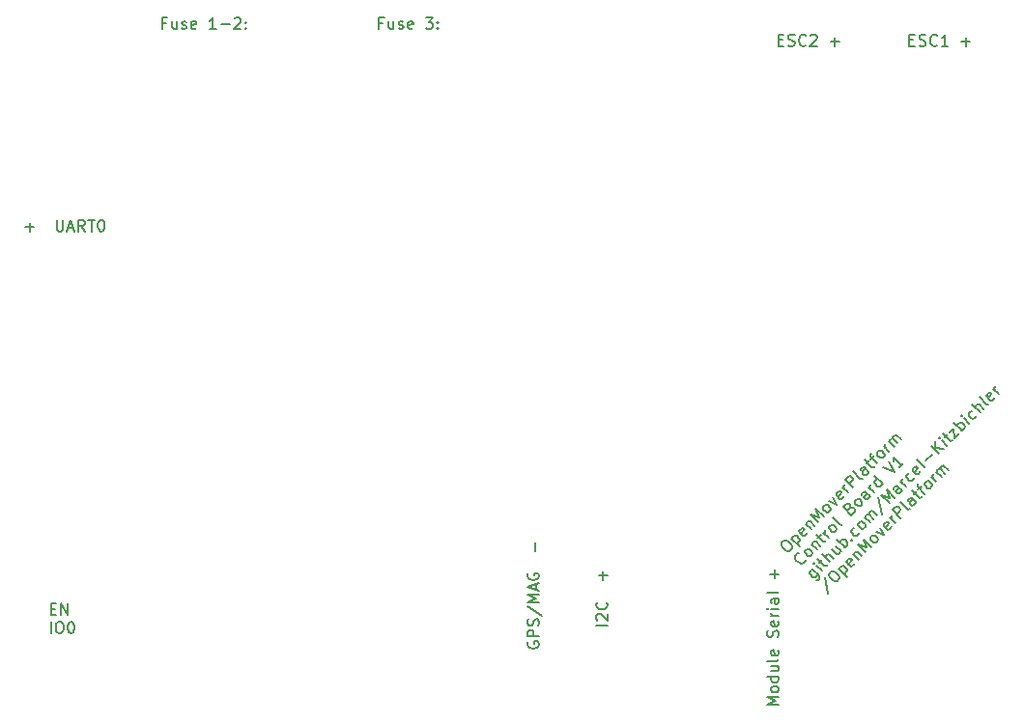
<source format=gbr>
%TF.GenerationSoftware,KiCad,Pcbnew,9.0.2*%
%TF.CreationDate,2025-05-21T10:53:00+02:00*%
%TF.ProjectId,OpenMoverPlatform,4f70656e-4d6f-4766-9572-506c6174666f,rev?*%
%TF.SameCoordinates,Original*%
%TF.FileFunction,Other,User*%
%FSLAX46Y46*%
G04 Gerber Fmt 4.6, Leading zero omitted, Abs format (unit mm)*
G04 Created by KiCad (PCBNEW 9.0.2) date 2025-05-21 10:53:00*
%MOMM*%
%LPD*%
G01*
G04 APERTURE LIST*
%ADD10C,0.150000*%
G04 APERTURE END LIST*
D10*
X136586779Y-87736065D02*
X136920112Y-87736065D01*
X137062969Y-88259875D02*
X136586779Y-88259875D01*
X136586779Y-88259875D02*
X136586779Y-87259875D01*
X136586779Y-87259875D02*
X137062969Y-87259875D01*
X137491541Y-88259875D02*
X137491541Y-87259875D01*
X137491541Y-87259875D02*
X138062969Y-88259875D01*
X138062969Y-88259875D02*
X138062969Y-87259875D01*
X136586779Y-89869819D02*
X136586779Y-88869819D01*
X137253445Y-88869819D02*
X137443921Y-88869819D01*
X137443921Y-88869819D02*
X137539159Y-88917438D01*
X137539159Y-88917438D02*
X137634397Y-89012676D01*
X137634397Y-89012676D02*
X137682016Y-89203152D01*
X137682016Y-89203152D02*
X137682016Y-89536485D01*
X137682016Y-89536485D02*
X137634397Y-89726961D01*
X137634397Y-89726961D02*
X137539159Y-89822200D01*
X137539159Y-89822200D02*
X137443921Y-89869819D01*
X137443921Y-89869819D02*
X137253445Y-89869819D01*
X137253445Y-89869819D02*
X137158207Y-89822200D01*
X137158207Y-89822200D02*
X137062969Y-89726961D01*
X137062969Y-89726961D02*
X137015350Y-89536485D01*
X137015350Y-89536485D02*
X137015350Y-89203152D01*
X137015350Y-89203152D02*
X137062969Y-89012676D01*
X137062969Y-89012676D02*
X137158207Y-88917438D01*
X137158207Y-88917438D02*
X137253445Y-88869819D01*
X138301064Y-88869819D02*
X138396302Y-88869819D01*
X138396302Y-88869819D02*
X138491540Y-88917438D01*
X138491540Y-88917438D02*
X138539159Y-88965057D01*
X138539159Y-88965057D02*
X138586778Y-89060295D01*
X138586778Y-89060295D02*
X138634397Y-89250771D01*
X138634397Y-89250771D02*
X138634397Y-89488866D01*
X138634397Y-89488866D02*
X138586778Y-89679342D01*
X138586778Y-89679342D02*
X138539159Y-89774580D01*
X138539159Y-89774580D02*
X138491540Y-89822200D01*
X138491540Y-89822200D02*
X138396302Y-89869819D01*
X138396302Y-89869819D02*
X138301064Y-89869819D01*
X138301064Y-89869819D02*
X138205826Y-89822200D01*
X138205826Y-89822200D02*
X138158207Y-89774580D01*
X138158207Y-89774580D02*
X138110588Y-89679342D01*
X138110588Y-89679342D02*
X138062969Y-89488866D01*
X138062969Y-89488866D02*
X138062969Y-89250771D01*
X138062969Y-89250771D02*
X138110588Y-89060295D01*
X138110588Y-89060295D02*
X138158207Y-88965057D01*
X138158207Y-88965057D02*
X138205826Y-88917438D01*
X138205826Y-88917438D02*
X138301064Y-88869819D01*
X200658460Y-81912808D02*
X200793147Y-81778121D01*
X200793147Y-81778121D02*
X200894162Y-81744449D01*
X200894162Y-81744449D02*
X201028849Y-81744449D01*
X201028849Y-81744449D02*
X201197208Y-81845464D01*
X201197208Y-81845464D02*
X201432910Y-82081167D01*
X201432910Y-82081167D02*
X201533925Y-82249526D01*
X201533925Y-82249526D02*
X201533925Y-82384213D01*
X201533925Y-82384213D02*
X201500254Y-82485228D01*
X201500254Y-82485228D02*
X201365567Y-82619915D01*
X201365567Y-82619915D02*
X201264551Y-82653587D01*
X201264551Y-82653587D02*
X201129864Y-82653587D01*
X201129864Y-82653587D02*
X200961506Y-82552571D01*
X200961506Y-82552571D02*
X200725803Y-82316869D01*
X200725803Y-82316869D02*
X200624788Y-82148510D01*
X200624788Y-82148510D02*
X200624788Y-82013823D01*
X200624788Y-82013823D02*
X200658460Y-81912808D01*
X201500254Y-81542419D02*
X202207360Y-82249526D01*
X201533925Y-81576091D02*
X201567597Y-81475075D01*
X201567597Y-81475075D02*
X201702284Y-81340388D01*
X201702284Y-81340388D02*
X201803299Y-81306717D01*
X201803299Y-81306717D02*
X201870643Y-81306717D01*
X201870643Y-81306717D02*
X201971658Y-81340388D01*
X201971658Y-81340388D02*
X202173689Y-81542419D01*
X202173689Y-81542419D02*
X202207360Y-81643434D01*
X202207360Y-81643434D02*
X202207360Y-81710778D01*
X202207360Y-81710778D02*
X202173689Y-81811793D01*
X202173689Y-81811793D02*
X202039002Y-81946480D01*
X202039002Y-81946480D02*
X201937986Y-81980152D01*
X202847124Y-81071014D02*
X202813452Y-81172029D01*
X202813452Y-81172029D02*
X202678765Y-81306716D01*
X202678765Y-81306716D02*
X202577750Y-81340388D01*
X202577750Y-81340388D02*
X202476734Y-81306716D01*
X202476734Y-81306716D02*
X202207360Y-81037342D01*
X202207360Y-81037342D02*
X202173689Y-80936327D01*
X202173689Y-80936327D02*
X202207360Y-80835312D01*
X202207360Y-80835312D02*
X202342047Y-80700625D01*
X202342047Y-80700625D02*
X202443063Y-80666953D01*
X202443063Y-80666953D02*
X202544078Y-80700625D01*
X202544078Y-80700625D02*
X202611421Y-80767968D01*
X202611421Y-80767968D02*
X202342047Y-81172029D01*
X202746109Y-80296564D02*
X203217513Y-80767968D01*
X202813452Y-80363907D02*
X202813452Y-80296564D01*
X202813452Y-80296564D02*
X202847124Y-80195549D01*
X202847124Y-80195549D02*
X202948139Y-80094533D01*
X202948139Y-80094533D02*
X203049154Y-80060862D01*
X203049154Y-80060862D02*
X203150170Y-80094533D01*
X203150170Y-80094533D02*
X203520559Y-80464923D01*
X203857276Y-80128205D02*
X203150170Y-79421098D01*
X203150170Y-79421098D02*
X203890948Y-79690472D01*
X203890948Y-79690472D02*
X203621574Y-78949694D01*
X203621574Y-78949694D02*
X204328681Y-79656800D01*
X204766414Y-79219068D02*
X204665398Y-79252740D01*
X204665398Y-79252740D02*
X204598055Y-79252740D01*
X204598055Y-79252740D02*
X204497040Y-79219068D01*
X204497040Y-79219068D02*
X204295009Y-79017037D01*
X204295009Y-79017037D02*
X204261337Y-78916022D01*
X204261337Y-78916022D02*
X204261337Y-78848679D01*
X204261337Y-78848679D02*
X204295009Y-78747663D01*
X204295009Y-78747663D02*
X204396024Y-78646648D01*
X204396024Y-78646648D02*
X204497040Y-78612976D01*
X204497040Y-78612976D02*
X204564383Y-78612976D01*
X204564383Y-78612976D02*
X204665398Y-78646648D01*
X204665398Y-78646648D02*
X204867429Y-78848679D01*
X204867429Y-78848679D02*
X204901101Y-78949694D01*
X204901101Y-78949694D02*
X204901101Y-79017037D01*
X204901101Y-79017037D02*
X204867429Y-79118053D01*
X204867429Y-79118053D02*
X204766414Y-79219068D01*
X204766414Y-78276259D02*
X205406177Y-78579304D01*
X205406177Y-78579304D02*
X205103131Y-77939541D01*
X206079612Y-77838526D02*
X206045940Y-77939541D01*
X206045940Y-77939541D02*
X205911253Y-78074228D01*
X205911253Y-78074228D02*
X205810238Y-78107900D01*
X205810238Y-78107900D02*
X205709223Y-78074228D01*
X205709223Y-78074228D02*
X205439849Y-77804854D01*
X205439849Y-77804854D02*
X205406177Y-77703839D01*
X205406177Y-77703839D02*
X205439849Y-77602823D01*
X205439849Y-77602823D02*
X205574536Y-77468136D01*
X205574536Y-77468136D02*
X205675551Y-77434465D01*
X205675551Y-77434465D02*
X205776566Y-77468136D01*
X205776566Y-77468136D02*
X205843910Y-77535480D01*
X205843910Y-77535480D02*
X205574536Y-77939541D01*
X206450001Y-77535480D02*
X205978597Y-77064075D01*
X206113284Y-77198762D02*
X206079612Y-77097747D01*
X206079612Y-77097747D02*
X206079612Y-77030404D01*
X206079612Y-77030404D02*
X206113284Y-76929388D01*
X206113284Y-76929388D02*
X206180627Y-76862045D01*
X206887735Y-77097747D02*
X206180628Y-76390640D01*
X206180628Y-76390640D02*
X206450002Y-76121266D01*
X206450002Y-76121266D02*
X206551017Y-76087594D01*
X206551017Y-76087594D02*
X206618360Y-76087594D01*
X206618360Y-76087594D02*
X206719376Y-76121266D01*
X206719376Y-76121266D02*
X206820391Y-76222281D01*
X206820391Y-76222281D02*
X206854063Y-76323297D01*
X206854063Y-76323297D02*
X206854063Y-76390640D01*
X206854063Y-76390640D02*
X206820391Y-76491655D01*
X206820391Y-76491655D02*
X206551017Y-76761029D01*
X207695857Y-76289625D02*
X207594841Y-76323297D01*
X207594841Y-76323297D02*
X207493826Y-76289625D01*
X207493826Y-76289625D02*
X206887735Y-75683533D01*
X208268277Y-75717205D02*
X207897887Y-75346815D01*
X207897887Y-75346815D02*
X207796872Y-75313144D01*
X207796872Y-75313144D02*
X207695857Y-75346815D01*
X207695857Y-75346815D02*
X207561170Y-75481502D01*
X207561170Y-75481502D02*
X207527498Y-75582518D01*
X208234605Y-75683533D02*
X208200933Y-75784548D01*
X208200933Y-75784548D02*
X208032574Y-75952907D01*
X208032574Y-75952907D02*
X207931559Y-75986579D01*
X207931559Y-75986579D02*
X207830544Y-75952907D01*
X207830544Y-75952907D02*
X207763200Y-75885563D01*
X207763200Y-75885563D02*
X207729529Y-75784548D01*
X207729529Y-75784548D02*
X207763200Y-75683533D01*
X207763200Y-75683533D02*
X207931559Y-75515174D01*
X207931559Y-75515174D02*
X207965231Y-75414159D01*
X208032574Y-75010098D02*
X208301948Y-74740724D01*
X207897887Y-74673380D02*
X208503979Y-75279472D01*
X208503979Y-75279472D02*
X208604994Y-75313144D01*
X208604994Y-75313144D02*
X208706009Y-75279472D01*
X208706009Y-75279472D02*
X208773353Y-75212128D01*
X208436636Y-74606037D02*
X208706010Y-74336662D01*
X209009056Y-74976426D02*
X208402964Y-74370334D01*
X208402964Y-74370334D02*
X208369292Y-74269319D01*
X208369292Y-74269319D02*
X208402964Y-74168304D01*
X208402964Y-74168304D02*
X208470308Y-74100960D01*
X209514132Y-74471349D02*
X209413117Y-74505021D01*
X209413117Y-74505021D02*
X209345773Y-74505021D01*
X209345773Y-74505021D02*
X209244758Y-74471349D01*
X209244758Y-74471349D02*
X209042728Y-74269319D01*
X209042728Y-74269319D02*
X209009056Y-74168303D01*
X209009056Y-74168303D02*
X209009056Y-74100960D01*
X209009056Y-74100960D02*
X209042728Y-73999945D01*
X209042728Y-73999945D02*
X209143743Y-73898929D01*
X209143743Y-73898929D02*
X209244758Y-73865258D01*
X209244758Y-73865258D02*
X209312102Y-73865258D01*
X209312102Y-73865258D02*
X209413117Y-73898929D01*
X209413117Y-73898929D02*
X209615147Y-74100960D01*
X209615147Y-74100960D02*
X209648819Y-74201975D01*
X209648819Y-74201975D02*
X209648819Y-74269319D01*
X209648819Y-74269319D02*
X209615147Y-74370334D01*
X209615147Y-74370334D02*
X209514132Y-74471349D01*
X210052880Y-73932601D02*
X209581476Y-73461197D01*
X209716163Y-73595884D02*
X209682491Y-73494868D01*
X209682491Y-73494868D02*
X209682491Y-73427525D01*
X209682491Y-73427525D02*
X209716163Y-73326510D01*
X209716163Y-73326510D02*
X209783506Y-73259166D01*
X210490613Y-73494868D02*
X210019209Y-73023464D01*
X210086552Y-73090807D02*
X210086552Y-73023464D01*
X210086552Y-73023464D02*
X210120224Y-72922448D01*
X210120224Y-72922448D02*
X210221239Y-72821433D01*
X210221239Y-72821433D02*
X210322255Y-72787761D01*
X210322255Y-72787761D02*
X210423270Y-72821433D01*
X210423270Y-72821433D02*
X210793659Y-73191822D01*
X210423270Y-72821433D02*
X210389598Y-72720418D01*
X210389598Y-72720418D02*
X210423270Y-72619403D01*
X210423270Y-72619403D02*
X210524285Y-72518387D01*
X210524285Y-72518387D02*
X210625300Y-72484716D01*
X210625300Y-72484716D02*
X210726316Y-72518387D01*
X210726316Y-72518387D02*
X211096705Y-72888777D01*
X202705999Y-83421599D02*
X202705999Y-83488943D01*
X202705999Y-83488943D02*
X202638656Y-83623630D01*
X202638656Y-83623630D02*
X202571312Y-83690973D01*
X202571312Y-83690973D02*
X202436625Y-83758317D01*
X202436625Y-83758317D02*
X202301938Y-83758317D01*
X202301938Y-83758317D02*
X202200923Y-83724645D01*
X202200923Y-83724645D02*
X202032564Y-83623630D01*
X202032564Y-83623630D02*
X201931549Y-83522615D01*
X201931549Y-83522615D02*
X201830534Y-83354256D01*
X201830534Y-83354256D02*
X201796862Y-83253241D01*
X201796862Y-83253241D02*
X201796862Y-83118553D01*
X201796862Y-83118553D02*
X201864205Y-82983866D01*
X201864205Y-82983866D02*
X201931549Y-82916523D01*
X201931549Y-82916523D02*
X202066236Y-82849179D01*
X202066236Y-82849179D02*
X202133579Y-82849179D01*
X203177404Y-83084882D02*
X203076388Y-83118553D01*
X203076388Y-83118553D02*
X203009045Y-83118553D01*
X203009045Y-83118553D02*
X202908030Y-83084882D01*
X202908030Y-83084882D02*
X202705999Y-82882851D01*
X202705999Y-82882851D02*
X202672327Y-82781836D01*
X202672327Y-82781836D02*
X202672327Y-82714492D01*
X202672327Y-82714492D02*
X202705999Y-82613477D01*
X202705999Y-82613477D02*
X202807014Y-82512462D01*
X202807014Y-82512462D02*
X202908030Y-82478790D01*
X202908030Y-82478790D02*
X202975373Y-82478790D01*
X202975373Y-82478790D02*
X203076388Y-82512462D01*
X203076388Y-82512462D02*
X203278419Y-82714492D01*
X203278419Y-82714492D02*
X203312091Y-82815508D01*
X203312091Y-82815508D02*
X203312091Y-82882851D01*
X203312091Y-82882851D02*
X203278419Y-82983866D01*
X203278419Y-82983866D02*
X203177404Y-83084882D01*
X203244747Y-82074729D02*
X203716152Y-82546134D01*
X203312091Y-82142073D02*
X203312091Y-82074729D01*
X203312091Y-82074729D02*
X203345762Y-81973714D01*
X203345762Y-81973714D02*
X203446778Y-81872699D01*
X203446778Y-81872699D02*
X203547793Y-81839027D01*
X203547793Y-81839027D02*
X203648808Y-81872699D01*
X203648808Y-81872699D02*
X204019197Y-82243088D01*
X203783495Y-81535981D02*
X204052869Y-81266607D01*
X203648808Y-81199264D02*
X204254900Y-81805355D01*
X204254900Y-81805355D02*
X204355915Y-81839027D01*
X204355915Y-81839027D02*
X204456930Y-81805355D01*
X204456930Y-81805355D02*
X204524274Y-81738012D01*
X204759976Y-81502309D02*
X204288572Y-81030904D01*
X204423259Y-81165591D02*
X204389587Y-81064576D01*
X204389587Y-81064576D02*
X204389587Y-80997233D01*
X204389587Y-80997233D02*
X204423259Y-80896217D01*
X204423259Y-80896217D02*
X204490602Y-80828874D01*
X205298725Y-80963561D02*
X205197709Y-80997232D01*
X205197709Y-80997232D02*
X205130366Y-80997232D01*
X205130366Y-80997232D02*
X205029351Y-80963561D01*
X205029351Y-80963561D02*
X204827320Y-80761530D01*
X204827320Y-80761530D02*
X204793648Y-80660515D01*
X204793648Y-80660515D02*
X204793648Y-80593171D01*
X204793648Y-80593171D02*
X204827320Y-80492156D01*
X204827320Y-80492156D02*
X204928335Y-80391141D01*
X204928335Y-80391141D02*
X205029351Y-80357469D01*
X205029351Y-80357469D02*
X205096694Y-80357469D01*
X205096694Y-80357469D02*
X205197709Y-80391141D01*
X205197709Y-80391141D02*
X205399740Y-80593171D01*
X205399740Y-80593171D02*
X205433412Y-80694187D01*
X205433412Y-80694187D02*
X205433412Y-80761530D01*
X205433412Y-80761530D02*
X205399740Y-80862545D01*
X205399740Y-80862545D02*
X205298725Y-80963561D01*
X205938488Y-80323797D02*
X205837473Y-80357469D01*
X205837473Y-80357469D02*
X205736457Y-80323797D01*
X205736457Y-80323797D02*
X205130366Y-79717706D01*
X206611924Y-78909583D02*
X206746611Y-78842240D01*
X206746611Y-78842240D02*
X206813954Y-78842240D01*
X206813954Y-78842240D02*
X206914969Y-78875912D01*
X206914969Y-78875912D02*
X207015985Y-78976927D01*
X207015985Y-78976927D02*
X207049656Y-79077942D01*
X207049656Y-79077942D02*
X207049656Y-79145286D01*
X207049656Y-79145286D02*
X207015985Y-79246301D01*
X207015985Y-79246301D02*
X206746611Y-79515675D01*
X206746611Y-79515675D02*
X206039504Y-78808568D01*
X206039504Y-78808568D02*
X206275206Y-78572866D01*
X206275206Y-78572866D02*
X206376221Y-78539194D01*
X206376221Y-78539194D02*
X206443565Y-78539194D01*
X206443565Y-78539194D02*
X206544580Y-78572866D01*
X206544580Y-78572866D02*
X206611924Y-78640209D01*
X206611924Y-78640209D02*
X206645595Y-78741225D01*
X206645595Y-78741225D02*
X206645595Y-78808568D01*
X206645595Y-78808568D02*
X206611924Y-78909583D01*
X206611924Y-78909583D02*
X206376221Y-79145286D01*
X207554733Y-78707553D02*
X207453717Y-78741225D01*
X207453717Y-78741225D02*
X207386374Y-78741225D01*
X207386374Y-78741225D02*
X207285359Y-78707553D01*
X207285359Y-78707553D02*
X207083328Y-78505522D01*
X207083328Y-78505522D02*
X207049656Y-78404507D01*
X207049656Y-78404507D02*
X207049656Y-78337164D01*
X207049656Y-78337164D02*
X207083328Y-78236148D01*
X207083328Y-78236148D02*
X207184343Y-78135133D01*
X207184343Y-78135133D02*
X207285359Y-78101461D01*
X207285359Y-78101461D02*
X207352702Y-78101461D01*
X207352702Y-78101461D02*
X207453717Y-78135133D01*
X207453717Y-78135133D02*
X207655748Y-78337164D01*
X207655748Y-78337164D02*
X207689420Y-78438179D01*
X207689420Y-78438179D02*
X207689420Y-78505522D01*
X207689420Y-78505522D02*
X207655748Y-78606538D01*
X207655748Y-78606538D02*
X207554733Y-78707553D01*
X208396526Y-77865759D02*
X208026137Y-77495370D01*
X208026137Y-77495370D02*
X207925122Y-77461698D01*
X207925122Y-77461698D02*
X207824107Y-77495370D01*
X207824107Y-77495370D02*
X207689420Y-77630057D01*
X207689420Y-77630057D02*
X207655748Y-77731072D01*
X208362855Y-77832087D02*
X208329183Y-77933102D01*
X208329183Y-77933102D02*
X208160824Y-78101461D01*
X208160824Y-78101461D02*
X208059809Y-78135133D01*
X208059809Y-78135133D02*
X207958794Y-78101461D01*
X207958794Y-78101461D02*
X207891450Y-78034118D01*
X207891450Y-78034118D02*
X207857778Y-77933102D01*
X207857778Y-77933102D02*
X207891450Y-77832087D01*
X207891450Y-77832087D02*
X208059809Y-77663728D01*
X208059809Y-77663728D02*
X208093481Y-77562713D01*
X208733244Y-77529041D02*
X208261839Y-77057637D01*
X208396526Y-77192324D02*
X208362855Y-77091309D01*
X208362855Y-77091309D02*
X208362855Y-77023965D01*
X208362855Y-77023965D02*
X208396526Y-76922950D01*
X208396526Y-76922950D02*
X208463870Y-76855606D01*
X209474023Y-76788263D02*
X208766916Y-76081156D01*
X209440351Y-76754591D02*
X209406679Y-76855606D01*
X209406679Y-76855606D02*
X209271992Y-76990293D01*
X209271992Y-76990293D02*
X209170977Y-77023965D01*
X209170977Y-77023965D02*
X209103634Y-77023965D01*
X209103634Y-77023965D02*
X209002618Y-76990293D01*
X209002618Y-76990293D02*
X208800588Y-76788263D01*
X208800588Y-76788263D02*
X208766916Y-76687247D01*
X208766916Y-76687247D02*
X208766916Y-76619904D01*
X208766916Y-76619904D02*
X208800588Y-76518889D01*
X208800588Y-76518889D02*
X208935275Y-76384202D01*
X208935275Y-76384202D02*
X209036290Y-76350530D01*
X209541367Y-75306705D02*
X210484176Y-75778110D01*
X210484176Y-75778110D02*
X210012771Y-74835301D01*
X211325969Y-74936316D02*
X210921908Y-75340377D01*
X211123939Y-75138346D02*
X210416832Y-74431240D01*
X210416832Y-74431240D02*
X210450504Y-74599598D01*
X210450504Y-74599598D02*
X210450504Y-74734285D01*
X210450504Y-74734285D02*
X210416832Y-74835301D01*
X203339325Y-84256955D02*
X203911745Y-84829375D01*
X203911745Y-84829375D02*
X203945416Y-84930391D01*
X203945416Y-84930391D02*
X203945416Y-84997734D01*
X203945416Y-84997734D02*
X203911745Y-85098749D01*
X203911745Y-85098749D02*
X203810729Y-85199765D01*
X203810729Y-85199765D02*
X203709714Y-85233436D01*
X203777058Y-84694688D02*
X203743386Y-84795704D01*
X203743386Y-84795704D02*
X203608699Y-84930391D01*
X203608699Y-84930391D02*
X203507684Y-84964062D01*
X203507684Y-84964062D02*
X203440340Y-84964062D01*
X203440340Y-84964062D02*
X203339325Y-84930391D01*
X203339325Y-84930391D02*
X203137294Y-84728360D01*
X203137294Y-84728360D02*
X203103623Y-84627345D01*
X203103623Y-84627345D02*
X203103623Y-84560001D01*
X203103623Y-84560001D02*
X203137294Y-84458986D01*
X203137294Y-84458986D02*
X203271981Y-84324299D01*
X203271981Y-84324299D02*
X203372997Y-84290627D01*
X204147447Y-84391642D02*
X203676042Y-83920238D01*
X203440340Y-83684536D02*
X203440340Y-83751879D01*
X203440340Y-83751879D02*
X203507684Y-83751879D01*
X203507684Y-83751879D02*
X203507684Y-83684536D01*
X203507684Y-83684536D02*
X203440340Y-83684536D01*
X203440340Y-83684536D02*
X203507684Y-83751879D01*
X203911744Y-83684536D02*
X204181118Y-83415162D01*
X203777057Y-83347818D02*
X204383149Y-83953910D01*
X204383149Y-83953910D02*
X204484164Y-83987582D01*
X204484164Y-83987582D02*
X204585179Y-83953910D01*
X204585179Y-83953910D02*
X204652523Y-83886567D01*
X204888225Y-83650864D02*
X204181119Y-82943757D01*
X205191271Y-83347818D02*
X204820882Y-82977429D01*
X204820882Y-82977429D02*
X204719867Y-82943757D01*
X204719867Y-82943757D02*
X204618851Y-82977429D01*
X204618851Y-82977429D02*
X204517836Y-83078444D01*
X204517836Y-83078444D02*
X204484164Y-83179459D01*
X204484164Y-83179459D02*
X204484164Y-83246803D01*
X205359630Y-82236650D02*
X205831035Y-82708055D01*
X205056584Y-82539696D02*
X205426973Y-82910085D01*
X205426973Y-82910085D02*
X205527989Y-82943757D01*
X205527989Y-82943757D02*
X205629004Y-82910085D01*
X205629004Y-82910085D02*
X205730019Y-82809070D01*
X205730019Y-82809070D02*
X205763691Y-82708055D01*
X205763691Y-82708055D02*
X205763691Y-82640711D01*
X206167752Y-82371337D02*
X205460645Y-81664230D01*
X205730019Y-81933604D02*
X205763691Y-81832589D01*
X205763691Y-81832589D02*
X205898378Y-81697902D01*
X205898378Y-81697902D02*
X205999393Y-81664230D01*
X205999393Y-81664230D02*
X206066737Y-81664230D01*
X206066737Y-81664230D02*
X206167752Y-81697902D01*
X206167752Y-81697902D02*
X206369783Y-81899933D01*
X206369783Y-81899933D02*
X206403454Y-82000948D01*
X206403454Y-82000948D02*
X206403454Y-82068291D01*
X206403454Y-82068291D02*
X206369783Y-82169307D01*
X206369783Y-82169307D02*
X206235096Y-82303994D01*
X206235096Y-82303994D02*
X206134080Y-82337665D01*
X206740172Y-81664230D02*
X206807515Y-81664230D01*
X206807515Y-81664230D02*
X206807515Y-81731574D01*
X206807515Y-81731574D02*
X206740172Y-81731574D01*
X206740172Y-81731574D02*
X206740172Y-81664230D01*
X206740172Y-81664230D02*
X206807515Y-81731574D01*
X207413607Y-81058139D02*
X207379935Y-81159154D01*
X207379935Y-81159154D02*
X207245248Y-81293841D01*
X207245248Y-81293841D02*
X207144233Y-81327513D01*
X207144233Y-81327513D02*
X207076889Y-81327513D01*
X207076889Y-81327513D02*
X206975874Y-81293841D01*
X206975874Y-81293841D02*
X206773843Y-81091811D01*
X206773843Y-81091811D02*
X206740172Y-80990796D01*
X206740172Y-80990796D02*
X206740172Y-80923452D01*
X206740172Y-80923452D02*
X206773843Y-80822437D01*
X206773843Y-80822437D02*
X206908530Y-80687750D01*
X206908530Y-80687750D02*
X207009546Y-80654078D01*
X207851339Y-80687750D02*
X207750324Y-80721422D01*
X207750324Y-80721422D02*
X207682981Y-80721422D01*
X207682981Y-80721422D02*
X207581965Y-80687750D01*
X207581965Y-80687750D02*
X207379935Y-80485719D01*
X207379935Y-80485719D02*
X207346263Y-80384704D01*
X207346263Y-80384704D02*
X207346263Y-80317361D01*
X207346263Y-80317361D02*
X207379935Y-80216345D01*
X207379935Y-80216345D02*
X207480950Y-80115330D01*
X207480950Y-80115330D02*
X207581965Y-80081658D01*
X207581965Y-80081658D02*
X207649309Y-80081658D01*
X207649309Y-80081658D02*
X207750324Y-80115330D01*
X207750324Y-80115330D02*
X207952355Y-80317361D01*
X207952355Y-80317361D02*
X207986026Y-80418376D01*
X207986026Y-80418376D02*
X207986026Y-80485719D01*
X207986026Y-80485719D02*
X207952355Y-80586735D01*
X207952355Y-80586735D02*
X207851339Y-80687750D01*
X208390088Y-80149002D02*
X207918683Y-79677597D01*
X207986027Y-79744941D02*
X207986027Y-79677597D01*
X207986027Y-79677597D02*
X208019698Y-79576582D01*
X208019698Y-79576582D02*
X208120714Y-79475567D01*
X208120714Y-79475567D02*
X208221729Y-79441895D01*
X208221729Y-79441895D02*
X208322744Y-79475567D01*
X208322744Y-79475567D02*
X208693133Y-79845956D01*
X208322744Y-79475567D02*
X208289072Y-79374551D01*
X208289072Y-79374551D02*
X208322744Y-79273536D01*
X208322744Y-79273536D02*
X208423759Y-79172521D01*
X208423759Y-79172521D02*
X208524775Y-79138849D01*
X208524775Y-79138849D02*
X208625790Y-79172521D01*
X208625790Y-79172521D02*
X208996179Y-79542910D01*
X209097194Y-77960338D02*
X209400240Y-79475567D01*
X210073675Y-78465414D02*
X209366568Y-77758308D01*
X209366568Y-77758308D02*
X210107347Y-78027682D01*
X210107347Y-78027682D02*
X209837973Y-77286903D01*
X209837973Y-77286903D02*
X210545079Y-77994010D01*
X211184843Y-77354247D02*
X210814453Y-76983857D01*
X210814453Y-76983857D02*
X210713438Y-76950186D01*
X210713438Y-76950186D02*
X210612423Y-76983857D01*
X210612423Y-76983857D02*
X210477736Y-77118544D01*
X210477736Y-77118544D02*
X210444064Y-77219560D01*
X211151171Y-77320575D02*
X211117499Y-77421590D01*
X211117499Y-77421590D02*
X210949140Y-77589949D01*
X210949140Y-77589949D02*
X210848125Y-77623621D01*
X210848125Y-77623621D02*
X210747110Y-77589949D01*
X210747110Y-77589949D02*
X210679766Y-77522606D01*
X210679766Y-77522606D02*
X210646095Y-77421590D01*
X210646095Y-77421590D02*
X210679766Y-77320575D01*
X210679766Y-77320575D02*
X210848125Y-77152216D01*
X210848125Y-77152216D02*
X210881797Y-77051201D01*
X211521560Y-77017529D02*
X211050156Y-76546125D01*
X211184843Y-76680812D02*
X211151171Y-76579796D01*
X211151171Y-76579796D02*
X211151171Y-76512453D01*
X211151171Y-76512453D02*
X211184843Y-76411438D01*
X211184843Y-76411438D02*
X211252186Y-76344094D01*
X212228667Y-76243079D02*
X212194995Y-76344094D01*
X212194995Y-76344094D02*
X212060308Y-76478781D01*
X212060308Y-76478781D02*
X211959293Y-76512453D01*
X211959293Y-76512453D02*
X211891950Y-76512453D01*
X211891950Y-76512453D02*
X211790934Y-76478781D01*
X211790934Y-76478781D02*
X211588904Y-76276750D01*
X211588904Y-76276750D02*
X211555232Y-76175735D01*
X211555232Y-76175735D02*
X211555232Y-76108392D01*
X211555232Y-76108392D02*
X211588904Y-76007376D01*
X211588904Y-76007376D02*
X211723591Y-75872689D01*
X211723591Y-75872689D02*
X211824606Y-75839018D01*
X212801087Y-75670659D02*
X212767415Y-75771674D01*
X212767415Y-75771674D02*
X212632728Y-75906361D01*
X212632728Y-75906361D02*
X212531713Y-75940033D01*
X212531713Y-75940033D02*
X212430698Y-75906361D01*
X212430698Y-75906361D02*
X212161324Y-75636987D01*
X212161324Y-75636987D02*
X212127652Y-75535972D01*
X212127652Y-75535972D02*
X212161324Y-75434956D01*
X212161324Y-75434956D02*
X212296011Y-75300269D01*
X212296011Y-75300269D02*
X212397026Y-75266598D01*
X212397026Y-75266598D02*
X212498041Y-75300269D01*
X212498041Y-75300269D02*
X212565385Y-75367613D01*
X212565385Y-75367613D02*
X212296011Y-75771674D01*
X213272492Y-75266598D02*
X213171476Y-75300269D01*
X213171476Y-75300269D02*
X213070461Y-75266598D01*
X213070461Y-75266598D02*
X212464370Y-74660506D01*
X213272492Y-74727849D02*
X213811240Y-74189101D01*
X214417331Y-74121758D02*
X213710225Y-73414651D01*
X214821392Y-73717697D02*
X214114286Y-73616682D01*
X214114286Y-73010590D02*
X214114286Y-73818712D01*
X215124438Y-73414651D02*
X214653034Y-72943247D01*
X214417331Y-72707544D02*
X214417331Y-72774888D01*
X214417331Y-72774888D02*
X214484675Y-72774888D01*
X214484675Y-72774888D02*
X214484675Y-72707544D01*
X214484675Y-72707544D02*
X214417331Y-72707544D01*
X214417331Y-72707544D02*
X214484675Y-72774888D01*
X214888736Y-72707545D02*
X215158110Y-72438171D01*
X214754049Y-72370827D02*
X215360140Y-72976919D01*
X215360140Y-72976919D02*
X215461155Y-73010590D01*
X215461155Y-73010590D02*
X215562171Y-72976919D01*
X215562171Y-72976919D02*
X215629514Y-72909575D01*
X215326469Y-72269812D02*
X215696858Y-71899422D01*
X215696858Y-71899422D02*
X215797873Y-72741216D01*
X215797873Y-72741216D02*
X216168262Y-72370827D01*
X216437637Y-72101453D02*
X215730530Y-71394346D01*
X215999904Y-71663720D02*
X216033576Y-71562705D01*
X216033576Y-71562705D02*
X216168263Y-71428018D01*
X216168263Y-71428018D02*
X216269278Y-71394346D01*
X216269278Y-71394346D02*
X216336621Y-71394346D01*
X216336621Y-71394346D02*
X216437637Y-71428018D01*
X216437637Y-71428018D02*
X216639667Y-71630048D01*
X216639667Y-71630048D02*
X216673339Y-71731063D01*
X216673339Y-71731063D02*
X216673339Y-71798407D01*
X216673339Y-71798407D02*
X216639667Y-71899422D01*
X216639667Y-71899422D02*
X216504980Y-72034109D01*
X216504980Y-72034109D02*
X216403965Y-72067781D01*
X217077400Y-71461689D02*
X216605995Y-70990285D01*
X216370293Y-70754583D02*
X216370293Y-70821926D01*
X216370293Y-70821926D02*
X216437637Y-70821926D01*
X216437637Y-70821926D02*
X216437637Y-70754583D01*
X216437637Y-70754583D02*
X216370293Y-70754583D01*
X216370293Y-70754583D02*
X216437637Y-70821926D01*
X217683491Y-70788255D02*
X217649819Y-70889270D01*
X217649819Y-70889270D02*
X217515132Y-71023957D01*
X217515132Y-71023957D02*
X217414117Y-71057629D01*
X217414117Y-71057629D02*
X217346774Y-71057629D01*
X217346774Y-71057629D02*
X217245758Y-71023957D01*
X217245758Y-71023957D02*
X217043728Y-70821926D01*
X217043728Y-70821926D02*
X217010056Y-70720911D01*
X217010056Y-70720911D02*
X217010056Y-70653568D01*
X217010056Y-70653568D02*
X217043728Y-70552552D01*
X217043728Y-70552552D02*
X217178415Y-70417865D01*
X217178415Y-70417865D02*
X217279430Y-70384194D01*
X218020209Y-70518881D02*
X217313102Y-69811774D01*
X218323255Y-70215835D02*
X217952865Y-69845446D01*
X217952865Y-69845446D02*
X217851850Y-69811774D01*
X217851850Y-69811774D02*
X217750835Y-69845446D01*
X217750835Y-69845446D02*
X217649820Y-69946461D01*
X217649820Y-69946461D02*
X217616148Y-70047476D01*
X217616148Y-70047476D02*
X217616148Y-70114820D01*
X218760987Y-69778102D02*
X218659972Y-69811774D01*
X218659972Y-69811774D02*
X218558957Y-69778102D01*
X218558957Y-69778102D02*
X217952865Y-69172010D01*
X219266064Y-69205682D02*
X219232392Y-69306697D01*
X219232392Y-69306697D02*
X219097705Y-69441384D01*
X219097705Y-69441384D02*
X218996690Y-69475056D01*
X218996690Y-69475056D02*
X218895675Y-69441384D01*
X218895675Y-69441384D02*
X218626301Y-69172010D01*
X218626301Y-69172010D02*
X218592629Y-69070995D01*
X218592629Y-69070995D02*
X218626301Y-68969980D01*
X218626301Y-68969980D02*
X218760988Y-68835293D01*
X218760988Y-68835293D02*
X218862003Y-68801621D01*
X218862003Y-68801621D02*
X218963018Y-68835293D01*
X218963018Y-68835293D02*
X219030362Y-68902636D01*
X219030362Y-68902636D02*
X218760988Y-69306697D01*
X219636453Y-68902636D02*
X219165049Y-68431231D01*
X219299736Y-68565918D02*
X219266064Y-68464903D01*
X219266064Y-68464903D02*
X219266064Y-68397560D01*
X219266064Y-68397560D02*
X219299736Y-68296544D01*
X219299736Y-68296544D02*
X219367079Y-68229201D01*
X204410383Y-84923953D02*
X204713429Y-86439182D01*
X204814444Y-84587235D02*
X204949131Y-84452548D01*
X204949131Y-84452548D02*
X205050147Y-84418877D01*
X205050147Y-84418877D02*
X205184834Y-84418877D01*
X205184834Y-84418877D02*
X205353192Y-84519892D01*
X205353192Y-84519892D02*
X205588895Y-84755594D01*
X205588895Y-84755594D02*
X205689910Y-84923953D01*
X205689910Y-84923953D02*
X205689910Y-85058640D01*
X205689910Y-85058640D02*
X205656238Y-85159655D01*
X205656238Y-85159655D02*
X205521551Y-85294342D01*
X205521551Y-85294342D02*
X205420536Y-85328014D01*
X205420536Y-85328014D02*
X205285849Y-85328014D01*
X205285849Y-85328014D02*
X205117490Y-85226999D01*
X205117490Y-85226999D02*
X204881788Y-84991297D01*
X204881788Y-84991297D02*
X204780773Y-84822938D01*
X204780773Y-84822938D02*
X204780773Y-84688251D01*
X204780773Y-84688251D02*
X204814444Y-84587235D01*
X205656238Y-84216846D02*
X206363345Y-84923953D01*
X205689910Y-84250518D02*
X205723582Y-84149503D01*
X205723582Y-84149503D02*
X205858269Y-84014816D01*
X205858269Y-84014816D02*
X205959284Y-83981144D01*
X205959284Y-83981144D02*
X206026627Y-83981144D01*
X206026627Y-83981144D02*
X206127643Y-84014816D01*
X206127643Y-84014816D02*
X206329673Y-84216846D01*
X206329673Y-84216846D02*
X206363345Y-84317862D01*
X206363345Y-84317862D02*
X206363345Y-84385205D01*
X206363345Y-84385205D02*
X206329673Y-84486220D01*
X206329673Y-84486220D02*
X206194986Y-84620907D01*
X206194986Y-84620907D02*
X206093971Y-84654579D01*
X207003108Y-83745442D02*
X206969436Y-83846457D01*
X206969436Y-83846457D02*
X206834749Y-83981144D01*
X206834749Y-83981144D02*
X206733734Y-84014816D01*
X206733734Y-84014816D02*
X206632719Y-83981144D01*
X206632719Y-83981144D02*
X206363345Y-83711770D01*
X206363345Y-83711770D02*
X206329673Y-83610755D01*
X206329673Y-83610755D02*
X206363345Y-83509739D01*
X206363345Y-83509739D02*
X206498032Y-83375052D01*
X206498032Y-83375052D02*
X206599047Y-83341381D01*
X206599047Y-83341381D02*
X206700062Y-83375052D01*
X206700062Y-83375052D02*
X206767406Y-83442396D01*
X206767406Y-83442396D02*
X206498032Y-83846457D01*
X206902093Y-82970991D02*
X207373498Y-83442396D01*
X206969437Y-83038335D02*
X206969437Y-82970991D01*
X206969437Y-82970991D02*
X207003108Y-82869976D01*
X207003108Y-82869976D02*
X207104124Y-82768961D01*
X207104124Y-82768961D02*
X207205139Y-82735289D01*
X207205139Y-82735289D02*
X207306154Y-82768961D01*
X207306154Y-82768961D02*
X207676543Y-83139350D01*
X208013261Y-82802632D02*
X207306154Y-82095526D01*
X207306154Y-82095526D02*
X208046933Y-82364900D01*
X208046933Y-82364900D02*
X207777559Y-81624121D01*
X207777559Y-81624121D02*
X208484665Y-82331228D01*
X208922398Y-81893495D02*
X208821383Y-81927167D01*
X208821383Y-81927167D02*
X208754039Y-81927167D01*
X208754039Y-81927167D02*
X208653024Y-81893495D01*
X208653024Y-81893495D02*
X208450994Y-81691465D01*
X208450994Y-81691465D02*
X208417322Y-81590450D01*
X208417322Y-81590450D02*
X208417322Y-81523106D01*
X208417322Y-81523106D02*
X208450994Y-81422091D01*
X208450994Y-81422091D02*
X208552009Y-81321076D01*
X208552009Y-81321076D02*
X208653024Y-81287404D01*
X208653024Y-81287404D02*
X208720368Y-81287404D01*
X208720368Y-81287404D02*
X208821383Y-81321076D01*
X208821383Y-81321076D02*
X209023413Y-81523106D01*
X209023413Y-81523106D02*
X209057085Y-81624121D01*
X209057085Y-81624121D02*
X209057085Y-81691465D01*
X209057085Y-81691465D02*
X209023413Y-81792480D01*
X209023413Y-81792480D02*
X208922398Y-81893495D01*
X208922398Y-80950686D02*
X209562161Y-81253732D01*
X209562161Y-81253732D02*
X209259116Y-80613969D01*
X210235597Y-80512953D02*
X210201925Y-80613968D01*
X210201925Y-80613968D02*
X210067238Y-80748655D01*
X210067238Y-80748655D02*
X209966223Y-80782327D01*
X209966223Y-80782327D02*
X209865207Y-80748655D01*
X209865207Y-80748655D02*
X209595833Y-80479281D01*
X209595833Y-80479281D02*
X209562162Y-80378266D01*
X209562162Y-80378266D02*
X209595833Y-80277251D01*
X209595833Y-80277251D02*
X209730520Y-80142564D01*
X209730520Y-80142564D02*
X209831536Y-80108892D01*
X209831536Y-80108892D02*
X209932551Y-80142564D01*
X209932551Y-80142564D02*
X209999894Y-80209907D01*
X209999894Y-80209907D02*
X209730520Y-80613968D01*
X210605986Y-80209907D02*
X210134581Y-79738503D01*
X210269268Y-79873190D02*
X210235597Y-79772175D01*
X210235597Y-79772175D02*
X210235597Y-79704831D01*
X210235597Y-79704831D02*
X210269268Y-79603816D01*
X210269268Y-79603816D02*
X210336612Y-79536472D01*
X211043719Y-79772174D02*
X210336612Y-79065068D01*
X210336612Y-79065068D02*
X210605986Y-78795694D01*
X210605986Y-78795694D02*
X210707001Y-78762022D01*
X210707001Y-78762022D02*
X210774345Y-78762022D01*
X210774345Y-78762022D02*
X210875360Y-78795694D01*
X210875360Y-78795694D02*
X210976376Y-78896709D01*
X210976376Y-78896709D02*
X211010047Y-78997724D01*
X211010047Y-78997724D02*
X211010047Y-79065068D01*
X211010047Y-79065068D02*
X210976376Y-79166083D01*
X210976376Y-79166083D02*
X210707001Y-79435457D01*
X211851841Y-78964052D02*
X211750826Y-78997724D01*
X211750826Y-78997724D02*
X211649811Y-78964052D01*
X211649811Y-78964052D02*
X211043719Y-78357961D01*
X212424261Y-78391632D02*
X212053872Y-78021243D01*
X212053872Y-78021243D02*
X211952857Y-77987571D01*
X211952857Y-77987571D02*
X211851841Y-78021243D01*
X211851841Y-78021243D02*
X211717154Y-78155930D01*
X211717154Y-78155930D02*
X211683483Y-78256945D01*
X212390589Y-78357960D02*
X212356918Y-78458976D01*
X212356918Y-78458976D02*
X212188559Y-78627334D01*
X212188559Y-78627334D02*
X212087544Y-78661006D01*
X212087544Y-78661006D02*
X211986528Y-78627334D01*
X211986528Y-78627334D02*
X211919185Y-78559991D01*
X211919185Y-78559991D02*
X211885513Y-78458976D01*
X211885513Y-78458976D02*
X211919185Y-78357960D01*
X211919185Y-78357960D02*
X212087544Y-78189602D01*
X212087544Y-78189602D02*
X212121215Y-78088586D01*
X212188559Y-77684525D02*
X212457933Y-77415151D01*
X212053872Y-77347808D02*
X212659963Y-77953899D01*
X212659963Y-77953899D02*
X212760979Y-77987571D01*
X212760979Y-77987571D02*
X212861994Y-77953899D01*
X212861994Y-77953899D02*
X212929337Y-77886556D01*
X212592620Y-77280464D02*
X212861994Y-77011090D01*
X213165040Y-77650853D02*
X212558949Y-77044762D01*
X212558949Y-77044762D02*
X212525277Y-76943746D01*
X212525277Y-76943746D02*
X212558949Y-76842731D01*
X212558949Y-76842731D02*
X212626292Y-76775388D01*
X213670117Y-77145777D02*
X213569101Y-77179448D01*
X213569101Y-77179448D02*
X213501758Y-77179448D01*
X213501758Y-77179448D02*
X213400743Y-77145777D01*
X213400743Y-77145777D02*
X213198712Y-76943746D01*
X213198712Y-76943746D02*
X213165040Y-76842731D01*
X213165040Y-76842731D02*
X213165040Y-76775387D01*
X213165040Y-76775387D02*
X213198712Y-76674372D01*
X213198712Y-76674372D02*
X213299727Y-76573357D01*
X213299727Y-76573357D02*
X213400743Y-76539685D01*
X213400743Y-76539685D02*
X213468086Y-76539685D01*
X213468086Y-76539685D02*
X213569101Y-76573357D01*
X213569101Y-76573357D02*
X213771132Y-76775387D01*
X213771132Y-76775387D02*
X213804804Y-76876403D01*
X213804804Y-76876403D02*
X213804804Y-76943746D01*
X213804804Y-76943746D02*
X213771132Y-77044761D01*
X213771132Y-77044761D02*
X213670117Y-77145777D01*
X214208865Y-76607029D02*
X213737460Y-76135624D01*
X213872147Y-76270311D02*
X213838475Y-76169296D01*
X213838475Y-76169296D02*
X213838475Y-76101952D01*
X213838475Y-76101952D02*
X213872147Y-76000937D01*
X213872147Y-76000937D02*
X213939491Y-75933594D01*
X214646598Y-76169296D02*
X214175193Y-75697891D01*
X214242537Y-75765235D02*
X214242537Y-75697891D01*
X214242537Y-75697891D02*
X214276208Y-75596876D01*
X214276208Y-75596876D02*
X214377224Y-75495861D01*
X214377224Y-75495861D02*
X214478239Y-75462189D01*
X214478239Y-75462189D02*
X214579254Y-75495861D01*
X214579254Y-75495861D02*
X214949644Y-75866250D01*
X214579254Y-75495861D02*
X214545583Y-75394845D01*
X214545583Y-75394845D02*
X214579254Y-75293830D01*
X214579254Y-75293830D02*
X214680270Y-75192815D01*
X214680270Y-75192815D02*
X214781285Y-75159143D01*
X214781285Y-75159143D02*
X214882300Y-75192815D01*
X214882300Y-75192815D02*
X215252689Y-75563204D01*
X200369819Y-96163220D02*
X199369819Y-96163220D01*
X199369819Y-96163220D02*
X200084104Y-95829887D01*
X200084104Y-95829887D02*
X199369819Y-95496554D01*
X199369819Y-95496554D02*
X200369819Y-95496554D01*
X200369819Y-94877506D02*
X200322200Y-94972744D01*
X200322200Y-94972744D02*
X200274580Y-95020363D01*
X200274580Y-95020363D02*
X200179342Y-95067982D01*
X200179342Y-95067982D02*
X199893628Y-95067982D01*
X199893628Y-95067982D02*
X199798390Y-95020363D01*
X199798390Y-95020363D02*
X199750771Y-94972744D01*
X199750771Y-94972744D02*
X199703152Y-94877506D01*
X199703152Y-94877506D02*
X199703152Y-94734649D01*
X199703152Y-94734649D02*
X199750771Y-94639411D01*
X199750771Y-94639411D02*
X199798390Y-94591792D01*
X199798390Y-94591792D02*
X199893628Y-94544173D01*
X199893628Y-94544173D02*
X200179342Y-94544173D01*
X200179342Y-94544173D02*
X200274580Y-94591792D01*
X200274580Y-94591792D02*
X200322200Y-94639411D01*
X200322200Y-94639411D02*
X200369819Y-94734649D01*
X200369819Y-94734649D02*
X200369819Y-94877506D01*
X200369819Y-93687030D02*
X199369819Y-93687030D01*
X200322200Y-93687030D02*
X200369819Y-93782268D01*
X200369819Y-93782268D02*
X200369819Y-93972744D01*
X200369819Y-93972744D02*
X200322200Y-94067982D01*
X200322200Y-94067982D02*
X200274580Y-94115601D01*
X200274580Y-94115601D02*
X200179342Y-94163220D01*
X200179342Y-94163220D02*
X199893628Y-94163220D01*
X199893628Y-94163220D02*
X199798390Y-94115601D01*
X199798390Y-94115601D02*
X199750771Y-94067982D01*
X199750771Y-94067982D02*
X199703152Y-93972744D01*
X199703152Y-93972744D02*
X199703152Y-93782268D01*
X199703152Y-93782268D02*
X199750771Y-93687030D01*
X199703152Y-92782268D02*
X200369819Y-92782268D01*
X199703152Y-93210839D02*
X200226961Y-93210839D01*
X200226961Y-93210839D02*
X200322200Y-93163220D01*
X200322200Y-93163220D02*
X200369819Y-93067982D01*
X200369819Y-93067982D02*
X200369819Y-92925125D01*
X200369819Y-92925125D02*
X200322200Y-92829887D01*
X200322200Y-92829887D02*
X200274580Y-92782268D01*
X200369819Y-92163220D02*
X200322200Y-92258458D01*
X200322200Y-92258458D02*
X200226961Y-92306077D01*
X200226961Y-92306077D02*
X199369819Y-92306077D01*
X200322200Y-91401315D02*
X200369819Y-91496553D01*
X200369819Y-91496553D02*
X200369819Y-91687029D01*
X200369819Y-91687029D02*
X200322200Y-91782267D01*
X200322200Y-91782267D02*
X200226961Y-91829886D01*
X200226961Y-91829886D02*
X199846009Y-91829886D01*
X199846009Y-91829886D02*
X199750771Y-91782267D01*
X199750771Y-91782267D02*
X199703152Y-91687029D01*
X199703152Y-91687029D02*
X199703152Y-91496553D01*
X199703152Y-91496553D02*
X199750771Y-91401315D01*
X199750771Y-91401315D02*
X199846009Y-91353696D01*
X199846009Y-91353696D02*
X199941247Y-91353696D01*
X199941247Y-91353696D02*
X200036485Y-91829886D01*
X200322200Y-90210838D02*
X200369819Y-90067981D01*
X200369819Y-90067981D02*
X200369819Y-89829886D01*
X200369819Y-89829886D02*
X200322200Y-89734648D01*
X200322200Y-89734648D02*
X200274580Y-89687029D01*
X200274580Y-89687029D02*
X200179342Y-89639410D01*
X200179342Y-89639410D02*
X200084104Y-89639410D01*
X200084104Y-89639410D02*
X199988866Y-89687029D01*
X199988866Y-89687029D02*
X199941247Y-89734648D01*
X199941247Y-89734648D02*
X199893628Y-89829886D01*
X199893628Y-89829886D02*
X199846009Y-90020362D01*
X199846009Y-90020362D02*
X199798390Y-90115600D01*
X199798390Y-90115600D02*
X199750771Y-90163219D01*
X199750771Y-90163219D02*
X199655533Y-90210838D01*
X199655533Y-90210838D02*
X199560295Y-90210838D01*
X199560295Y-90210838D02*
X199465057Y-90163219D01*
X199465057Y-90163219D02*
X199417438Y-90115600D01*
X199417438Y-90115600D02*
X199369819Y-90020362D01*
X199369819Y-90020362D02*
X199369819Y-89782267D01*
X199369819Y-89782267D02*
X199417438Y-89639410D01*
X200322200Y-88829886D02*
X200369819Y-88925124D01*
X200369819Y-88925124D02*
X200369819Y-89115600D01*
X200369819Y-89115600D02*
X200322200Y-89210838D01*
X200322200Y-89210838D02*
X200226961Y-89258457D01*
X200226961Y-89258457D02*
X199846009Y-89258457D01*
X199846009Y-89258457D02*
X199750771Y-89210838D01*
X199750771Y-89210838D02*
X199703152Y-89115600D01*
X199703152Y-89115600D02*
X199703152Y-88925124D01*
X199703152Y-88925124D02*
X199750771Y-88829886D01*
X199750771Y-88829886D02*
X199846009Y-88782267D01*
X199846009Y-88782267D02*
X199941247Y-88782267D01*
X199941247Y-88782267D02*
X200036485Y-89258457D01*
X200369819Y-88353695D02*
X199703152Y-88353695D01*
X199893628Y-88353695D02*
X199798390Y-88306076D01*
X199798390Y-88306076D02*
X199750771Y-88258457D01*
X199750771Y-88258457D02*
X199703152Y-88163219D01*
X199703152Y-88163219D02*
X199703152Y-88067981D01*
X200369819Y-87734647D02*
X199703152Y-87734647D01*
X199369819Y-87734647D02*
X199417438Y-87782266D01*
X199417438Y-87782266D02*
X199465057Y-87734647D01*
X199465057Y-87734647D02*
X199417438Y-87687028D01*
X199417438Y-87687028D02*
X199369819Y-87734647D01*
X199369819Y-87734647D02*
X199465057Y-87734647D01*
X200369819Y-86829886D02*
X199846009Y-86829886D01*
X199846009Y-86829886D02*
X199750771Y-86877505D01*
X199750771Y-86877505D02*
X199703152Y-86972743D01*
X199703152Y-86972743D02*
X199703152Y-87163219D01*
X199703152Y-87163219D02*
X199750771Y-87258457D01*
X200322200Y-86829886D02*
X200369819Y-86925124D01*
X200369819Y-86925124D02*
X200369819Y-87163219D01*
X200369819Y-87163219D02*
X200322200Y-87258457D01*
X200322200Y-87258457D02*
X200226961Y-87306076D01*
X200226961Y-87306076D02*
X200131723Y-87306076D01*
X200131723Y-87306076D02*
X200036485Y-87258457D01*
X200036485Y-87258457D02*
X199988866Y-87163219D01*
X199988866Y-87163219D02*
X199988866Y-86925124D01*
X199988866Y-86925124D02*
X199941247Y-86829886D01*
X200369819Y-86210838D02*
X200322200Y-86306076D01*
X200322200Y-86306076D02*
X200226961Y-86353695D01*
X200226961Y-86353695D02*
X199369819Y-86353695D01*
X199988866Y-85067980D02*
X199988866Y-84306076D01*
X200369819Y-84687028D02*
X199607914Y-84687028D01*
X146670112Y-36346009D02*
X146336779Y-36346009D01*
X146336779Y-36869819D02*
X146336779Y-35869819D01*
X146336779Y-35869819D02*
X146812969Y-35869819D01*
X147622493Y-36203152D02*
X147622493Y-36869819D01*
X147193922Y-36203152D02*
X147193922Y-36726961D01*
X147193922Y-36726961D02*
X147241541Y-36822200D01*
X147241541Y-36822200D02*
X147336779Y-36869819D01*
X147336779Y-36869819D02*
X147479636Y-36869819D01*
X147479636Y-36869819D02*
X147574874Y-36822200D01*
X147574874Y-36822200D02*
X147622493Y-36774580D01*
X148051065Y-36822200D02*
X148146303Y-36869819D01*
X148146303Y-36869819D02*
X148336779Y-36869819D01*
X148336779Y-36869819D02*
X148432017Y-36822200D01*
X148432017Y-36822200D02*
X148479636Y-36726961D01*
X148479636Y-36726961D02*
X148479636Y-36679342D01*
X148479636Y-36679342D02*
X148432017Y-36584104D01*
X148432017Y-36584104D02*
X148336779Y-36536485D01*
X148336779Y-36536485D02*
X148193922Y-36536485D01*
X148193922Y-36536485D02*
X148098684Y-36488866D01*
X148098684Y-36488866D02*
X148051065Y-36393628D01*
X148051065Y-36393628D02*
X148051065Y-36346009D01*
X148051065Y-36346009D02*
X148098684Y-36250771D01*
X148098684Y-36250771D02*
X148193922Y-36203152D01*
X148193922Y-36203152D02*
X148336779Y-36203152D01*
X148336779Y-36203152D02*
X148432017Y-36250771D01*
X149289160Y-36822200D02*
X149193922Y-36869819D01*
X149193922Y-36869819D02*
X149003446Y-36869819D01*
X149003446Y-36869819D02*
X148908208Y-36822200D01*
X148908208Y-36822200D02*
X148860589Y-36726961D01*
X148860589Y-36726961D02*
X148860589Y-36346009D01*
X148860589Y-36346009D02*
X148908208Y-36250771D01*
X148908208Y-36250771D02*
X149003446Y-36203152D01*
X149003446Y-36203152D02*
X149193922Y-36203152D01*
X149193922Y-36203152D02*
X149289160Y-36250771D01*
X149289160Y-36250771D02*
X149336779Y-36346009D01*
X149336779Y-36346009D02*
X149336779Y-36441247D01*
X149336779Y-36441247D02*
X148860589Y-36536485D01*
X151051065Y-36869819D02*
X150479637Y-36869819D01*
X150765351Y-36869819D02*
X150765351Y-35869819D01*
X150765351Y-35869819D02*
X150670113Y-36012676D01*
X150670113Y-36012676D02*
X150574875Y-36107914D01*
X150574875Y-36107914D02*
X150479637Y-36155533D01*
X151479637Y-36488866D02*
X152241542Y-36488866D01*
X152670113Y-35965057D02*
X152717732Y-35917438D01*
X152717732Y-35917438D02*
X152812970Y-35869819D01*
X152812970Y-35869819D02*
X153051065Y-35869819D01*
X153051065Y-35869819D02*
X153146303Y-35917438D01*
X153146303Y-35917438D02*
X153193922Y-35965057D01*
X153193922Y-35965057D02*
X153241541Y-36060295D01*
X153241541Y-36060295D02*
X153241541Y-36155533D01*
X153241541Y-36155533D02*
X153193922Y-36298390D01*
X153193922Y-36298390D02*
X152622494Y-36869819D01*
X152622494Y-36869819D02*
X153241541Y-36869819D01*
X153670113Y-36774580D02*
X153717732Y-36822200D01*
X153717732Y-36822200D02*
X153670113Y-36869819D01*
X153670113Y-36869819D02*
X153622494Y-36822200D01*
X153622494Y-36822200D02*
X153670113Y-36774580D01*
X153670113Y-36774580D02*
X153670113Y-36869819D01*
X153670113Y-36250771D02*
X153717732Y-36298390D01*
X153717732Y-36298390D02*
X153670113Y-36346009D01*
X153670113Y-36346009D02*
X153622494Y-36298390D01*
X153622494Y-36298390D02*
X153670113Y-36250771D01*
X153670113Y-36250771D02*
X153670113Y-36346009D01*
X200336779Y-37846009D02*
X200670112Y-37846009D01*
X200812969Y-38369819D02*
X200336779Y-38369819D01*
X200336779Y-38369819D02*
X200336779Y-37369819D01*
X200336779Y-37369819D02*
X200812969Y-37369819D01*
X201193922Y-38322200D02*
X201336779Y-38369819D01*
X201336779Y-38369819D02*
X201574874Y-38369819D01*
X201574874Y-38369819D02*
X201670112Y-38322200D01*
X201670112Y-38322200D02*
X201717731Y-38274580D01*
X201717731Y-38274580D02*
X201765350Y-38179342D01*
X201765350Y-38179342D02*
X201765350Y-38084104D01*
X201765350Y-38084104D02*
X201717731Y-37988866D01*
X201717731Y-37988866D02*
X201670112Y-37941247D01*
X201670112Y-37941247D02*
X201574874Y-37893628D01*
X201574874Y-37893628D02*
X201384398Y-37846009D01*
X201384398Y-37846009D02*
X201289160Y-37798390D01*
X201289160Y-37798390D02*
X201241541Y-37750771D01*
X201241541Y-37750771D02*
X201193922Y-37655533D01*
X201193922Y-37655533D02*
X201193922Y-37560295D01*
X201193922Y-37560295D02*
X201241541Y-37465057D01*
X201241541Y-37465057D02*
X201289160Y-37417438D01*
X201289160Y-37417438D02*
X201384398Y-37369819D01*
X201384398Y-37369819D02*
X201622493Y-37369819D01*
X201622493Y-37369819D02*
X201765350Y-37417438D01*
X202765350Y-38274580D02*
X202717731Y-38322200D01*
X202717731Y-38322200D02*
X202574874Y-38369819D01*
X202574874Y-38369819D02*
X202479636Y-38369819D01*
X202479636Y-38369819D02*
X202336779Y-38322200D01*
X202336779Y-38322200D02*
X202241541Y-38226961D01*
X202241541Y-38226961D02*
X202193922Y-38131723D01*
X202193922Y-38131723D02*
X202146303Y-37941247D01*
X202146303Y-37941247D02*
X202146303Y-37798390D01*
X202146303Y-37798390D02*
X202193922Y-37607914D01*
X202193922Y-37607914D02*
X202241541Y-37512676D01*
X202241541Y-37512676D02*
X202336779Y-37417438D01*
X202336779Y-37417438D02*
X202479636Y-37369819D01*
X202479636Y-37369819D02*
X202574874Y-37369819D01*
X202574874Y-37369819D02*
X202717731Y-37417438D01*
X202717731Y-37417438D02*
X202765350Y-37465057D01*
X203146303Y-37465057D02*
X203193922Y-37417438D01*
X203193922Y-37417438D02*
X203289160Y-37369819D01*
X203289160Y-37369819D02*
X203527255Y-37369819D01*
X203527255Y-37369819D02*
X203622493Y-37417438D01*
X203622493Y-37417438D02*
X203670112Y-37465057D01*
X203670112Y-37465057D02*
X203717731Y-37560295D01*
X203717731Y-37560295D02*
X203717731Y-37655533D01*
X203717731Y-37655533D02*
X203670112Y-37798390D01*
X203670112Y-37798390D02*
X203098684Y-38369819D01*
X203098684Y-38369819D02*
X203717731Y-38369819D01*
X204908208Y-37988866D02*
X205670113Y-37988866D01*
X205289160Y-38369819D02*
X205289160Y-37607914D01*
X134336779Y-54238866D02*
X135098684Y-54238866D01*
X134717731Y-54619819D02*
X134717731Y-53857914D01*
X137098684Y-53619819D02*
X137098684Y-54429342D01*
X137098684Y-54429342D02*
X137146303Y-54524580D01*
X137146303Y-54524580D02*
X137193922Y-54572200D01*
X137193922Y-54572200D02*
X137289160Y-54619819D01*
X137289160Y-54619819D02*
X137479636Y-54619819D01*
X137479636Y-54619819D02*
X137574874Y-54572200D01*
X137574874Y-54572200D02*
X137622493Y-54524580D01*
X137622493Y-54524580D02*
X137670112Y-54429342D01*
X137670112Y-54429342D02*
X137670112Y-53619819D01*
X138098684Y-54334104D02*
X138574874Y-54334104D01*
X138003446Y-54619819D02*
X138336779Y-53619819D01*
X138336779Y-53619819D02*
X138670112Y-54619819D01*
X139574874Y-54619819D02*
X139241541Y-54143628D01*
X139003446Y-54619819D02*
X139003446Y-53619819D01*
X139003446Y-53619819D02*
X139384398Y-53619819D01*
X139384398Y-53619819D02*
X139479636Y-53667438D01*
X139479636Y-53667438D02*
X139527255Y-53715057D01*
X139527255Y-53715057D02*
X139574874Y-53810295D01*
X139574874Y-53810295D02*
X139574874Y-53953152D01*
X139574874Y-53953152D02*
X139527255Y-54048390D01*
X139527255Y-54048390D02*
X139479636Y-54096009D01*
X139479636Y-54096009D02*
X139384398Y-54143628D01*
X139384398Y-54143628D02*
X139003446Y-54143628D01*
X139860589Y-53619819D02*
X140432017Y-53619819D01*
X140146303Y-54619819D02*
X140146303Y-53619819D01*
X140955827Y-53619819D02*
X141051065Y-53619819D01*
X141051065Y-53619819D02*
X141146303Y-53667438D01*
X141146303Y-53667438D02*
X141193922Y-53715057D01*
X141193922Y-53715057D02*
X141241541Y-53810295D01*
X141241541Y-53810295D02*
X141289160Y-54000771D01*
X141289160Y-54000771D02*
X141289160Y-54238866D01*
X141289160Y-54238866D02*
X141241541Y-54429342D01*
X141241541Y-54429342D02*
X141193922Y-54524580D01*
X141193922Y-54524580D02*
X141146303Y-54572200D01*
X141146303Y-54572200D02*
X141051065Y-54619819D01*
X141051065Y-54619819D02*
X140955827Y-54619819D01*
X140955827Y-54619819D02*
X140860589Y-54572200D01*
X140860589Y-54572200D02*
X140812970Y-54524580D01*
X140812970Y-54524580D02*
X140765351Y-54429342D01*
X140765351Y-54429342D02*
X140717732Y-54238866D01*
X140717732Y-54238866D02*
X140717732Y-54000771D01*
X140717732Y-54000771D02*
X140765351Y-53810295D01*
X140765351Y-53810295D02*
X140812970Y-53715057D01*
X140812970Y-53715057D02*
X140860589Y-53667438D01*
X140860589Y-53667438D02*
X140955827Y-53619819D01*
X211836779Y-37846009D02*
X212170112Y-37846009D01*
X212312969Y-38369819D02*
X211836779Y-38369819D01*
X211836779Y-38369819D02*
X211836779Y-37369819D01*
X211836779Y-37369819D02*
X212312969Y-37369819D01*
X212693922Y-38322200D02*
X212836779Y-38369819D01*
X212836779Y-38369819D02*
X213074874Y-38369819D01*
X213074874Y-38369819D02*
X213170112Y-38322200D01*
X213170112Y-38322200D02*
X213217731Y-38274580D01*
X213217731Y-38274580D02*
X213265350Y-38179342D01*
X213265350Y-38179342D02*
X213265350Y-38084104D01*
X213265350Y-38084104D02*
X213217731Y-37988866D01*
X213217731Y-37988866D02*
X213170112Y-37941247D01*
X213170112Y-37941247D02*
X213074874Y-37893628D01*
X213074874Y-37893628D02*
X212884398Y-37846009D01*
X212884398Y-37846009D02*
X212789160Y-37798390D01*
X212789160Y-37798390D02*
X212741541Y-37750771D01*
X212741541Y-37750771D02*
X212693922Y-37655533D01*
X212693922Y-37655533D02*
X212693922Y-37560295D01*
X212693922Y-37560295D02*
X212741541Y-37465057D01*
X212741541Y-37465057D02*
X212789160Y-37417438D01*
X212789160Y-37417438D02*
X212884398Y-37369819D01*
X212884398Y-37369819D02*
X213122493Y-37369819D01*
X213122493Y-37369819D02*
X213265350Y-37417438D01*
X214265350Y-38274580D02*
X214217731Y-38322200D01*
X214217731Y-38322200D02*
X214074874Y-38369819D01*
X214074874Y-38369819D02*
X213979636Y-38369819D01*
X213979636Y-38369819D02*
X213836779Y-38322200D01*
X213836779Y-38322200D02*
X213741541Y-38226961D01*
X213741541Y-38226961D02*
X213693922Y-38131723D01*
X213693922Y-38131723D02*
X213646303Y-37941247D01*
X213646303Y-37941247D02*
X213646303Y-37798390D01*
X213646303Y-37798390D02*
X213693922Y-37607914D01*
X213693922Y-37607914D02*
X213741541Y-37512676D01*
X213741541Y-37512676D02*
X213836779Y-37417438D01*
X213836779Y-37417438D02*
X213979636Y-37369819D01*
X213979636Y-37369819D02*
X214074874Y-37369819D01*
X214074874Y-37369819D02*
X214217731Y-37417438D01*
X214217731Y-37417438D02*
X214265350Y-37465057D01*
X215217731Y-38369819D02*
X214646303Y-38369819D01*
X214932017Y-38369819D02*
X214932017Y-37369819D01*
X214932017Y-37369819D02*
X214836779Y-37512676D01*
X214836779Y-37512676D02*
X214741541Y-37607914D01*
X214741541Y-37607914D02*
X214646303Y-37655533D01*
X216408208Y-37988866D02*
X217170113Y-37988866D01*
X216789160Y-38369819D02*
X216789160Y-37607914D01*
X165670112Y-36346009D02*
X165336779Y-36346009D01*
X165336779Y-36869819D02*
X165336779Y-35869819D01*
X165336779Y-35869819D02*
X165812969Y-35869819D01*
X166622493Y-36203152D02*
X166622493Y-36869819D01*
X166193922Y-36203152D02*
X166193922Y-36726961D01*
X166193922Y-36726961D02*
X166241541Y-36822200D01*
X166241541Y-36822200D02*
X166336779Y-36869819D01*
X166336779Y-36869819D02*
X166479636Y-36869819D01*
X166479636Y-36869819D02*
X166574874Y-36822200D01*
X166574874Y-36822200D02*
X166622493Y-36774580D01*
X167051065Y-36822200D02*
X167146303Y-36869819D01*
X167146303Y-36869819D02*
X167336779Y-36869819D01*
X167336779Y-36869819D02*
X167432017Y-36822200D01*
X167432017Y-36822200D02*
X167479636Y-36726961D01*
X167479636Y-36726961D02*
X167479636Y-36679342D01*
X167479636Y-36679342D02*
X167432017Y-36584104D01*
X167432017Y-36584104D02*
X167336779Y-36536485D01*
X167336779Y-36536485D02*
X167193922Y-36536485D01*
X167193922Y-36536485D02*
X167098684Y-36488866D01*
X167098684Y-36488866D02*
X167051065Y-36393628D01*
X167051065Y-36393628D02*
X167051065Y-36346009D01*
X167051065Y-36346009D02*
X167098684Y-36250771D01*
X167098684Y-36250771D02*
X167193922Y-36203152D01*
X167193922Y-36203152D02*
X167336779Y-36203152D01*
X167336779Y-36203152D02*
X167432017Y-36250771D01*
X168289160Y-36822200D02*
X168193922Y-36869819D01*
X168193922Y-36869819D02*
X168003446Y-36869819D01*
X168003446Y-36869819D02*
X167908208Y-36822200D01*
X167908208Y-36822200D02*
X167860589Y-36726961D01*
X167860589Y-36726961D02*
X167860589Y-36346009D01*
X167860589Y-36346009D02*
X167908208Y-36250771D01*
X167908208Y-36250771D02*
X168003446Y-36203152D01*
X168003446Y-36203152D02*
X168193922Y-36203152D01*
X168193922Y-36203152D02*
X168289160Y-36250771D01*
X168289160Y-36250771D02*
X168336779Y-36346009D01*
X168336779Y-36346009D02*
X168336779Y-36441247D01*
X168336779Y-36441247D02*
X167860589Y-36536485D01*
X169432018Y-35869819D02*
X170051065Y-35869819D01*
X170051065Y-35869819D02*
X169717732Y-36250771D01*
X169717732Y-36250771D02*
X169860589Y-36250771D01*
X169860589Y-36250771D02*
X169955827Y-36298390D01*
X169955827Y-36298390D02*
X170003446Y-36346009D01*
X170003446Y-36346009D02*
X170051065Y-36441247D01*
X170051065Y-36441247D02*
X170051065Y-36679342D01*
X170051065Y-36679342D02*
X170003446Y-36774580D01*
X170003446Y-36774580D02*
X169955827Y-36822200D01*
X169955827Y-36822200D02*
X169860589Y-36869819D01*
X169860589Y-36869819D02*
X169574875Y-36869819D01*
X169574875Y-36869819D02*
X169479637Y-36822200D01*
X169479637Y-36822200D02*
X169432018Y-36774580D01*
X170479637Y-36774580D02*
X170527256Y-36822200D01*
X170527256Y-36822200D02*
X170479637Y-36869819D01*
X170479637Y-36869819D02*
X170432018Y-36822200D01*
X170432018Y-36822200D02*
X170479637Y-36774580D01*
X170479637Y-36774580D02*
X170479637Y-36869819D01*
X170479637Y-36250771D02*
X170527256Y-36298390D01*
X170527256Y-36298390D02*
X170479637Y-36346009D01*
X170479637Y-36346009D02*
X170432018Y-36298390D01*
X170432018Y-36298390D02*
X170479637Y-36250771D01*
X170479637Y-36250771D02*
X170479637Y-36346009D01*
X178417438Y-90639411D02*
X178369819Y-90734649D01*
X178369819Y-90734649D02*
X178369819Y-90877506D01*
X178369819Y-90877506D02*
X178417438Y-91020363D01*
X178417438Y-91020363D02*
X178512676Y-91115601D01*
X178512676Y-91115601D02*
X178607914Y-91163220D01*
X178607914Y-91163220D02*
X178798390Y-91210839D01*
X178798390Y-91210839D02*
X178941247Y-91210839D01*
X178941247Y-91210839D02*
X179131723Y-91163220D01*
X179131723Y-91163220D02*
X179226961Y-91115601D01*
X179226961Y-91115601D02*
X179322200Y-91020363D01*
X179322200Y-91020363D02*
X179369819Y-90877506D01*
X179369819Y-90877506D02*
X179369819Y-90782268D01*
X179369819Y-90782268D02*
X179322200Y-90639411D01*
X179322200Y-90639411D02*
X179274580Y-90591792D01*
X179274580Y-90591792D02*
X178941247Y-90591792D01*
X178941247Y-90591792D02*
X178941247Y-90782268D01*
X179369819Y-90163220D02*
X178369819Y-90163220D01*
X178369819Y-90163220D02*
X178369819Y-89782268D01*
X178369819Y-89782268D02*
X178417438Y-89687030D01*
X178417438Y-89687030D02*
X178465057Y-89639411D01*
X178465057Y-89639411D02*
X178560295Y-89591792D01*
X178560295Y-89591792D02*
X178703152Y-89591792D01*
X178703152Y-89591792D02*
X178798390Y-89639411D01*
X178798390Y-89639411D02*
X178846009Y-89687030D01*
X178846009Y-89687030D02*
X178893628Y-89782268D01*
X178893628Y-89782268D02*
X178893628Y-90163220D01*
X179322200Y-89210839D02*
X179369819Y-89067982D01*
X179369819Y-89067982D02*
X179369819Y-88829887D01*
X179369819Y-88829887D02*
X179322200Y-88734649D01*
X179322200Y-88734649D02*
X179274580Y-88687030D01*
X179274580Y-88687030D02*
X179179342Y-88639411D01*
X179179342Y-88639411D02*
X179084104Y-88639411D01*
X179084104Y-88639411D02*
X178988866Y-88687030D01*
X178988866Y-88687030D02*
X178941247Y-88734649D01*
X178941247Y-88734649D02*
X178893628Y-88829887D01*
X178893628Y-88829887D02*
X178846009Y-89020363D01*
X178846009Y-89020363D02*
X178798390Y-89115601D01*
X178798390Y-89115601D02*
X178750771Y-89163220D01*
X178750771Y-89163220D02*
X178655533Y-89210839D01*
X178655533Y-89210839D02*
X178560295Y-89210839D01*
X178560295Y-89210839D02*
X178465057Y-89163220D01*
X178465057Y-89163220D02*
X178417438Y-89115601D01*
X178417438Y-89115601D02*
X178369819Y-89020363D01*
X178369819Y-89020363D02*
X178369819Y-88782268D01*
X178369819Y-88782268D02*
X178417438Y-88639411D01*
X178322200Y-87496554D02*
X179607914Y-88353696D01*
X179369819Y-87163220D02*
X178369819Y-87163220D01*
X178369819Y-87163220D02*
X179084104Y-86829887D01*
X179084104Y-86829887D02*
X178369819Y-86496554D01*
X178369819Y-86496554D02*
X179369819Y-86496554D01*
X179084104Y-86067982D02*
X179084104Y-85591792D01*
X179369819Y-86163220D02*
X178369819Y-85829887D01*
X178369819Y-85829887D02*
X179369819Y-85496554D01*
X178417438Y-84639411D02*
X178369819Y-84734649D01*
X178369819Y-84734649D02*
X178369819Y-84877506D01*
X178369819Y-84877506D02*
X178417438Y-85020363D01*
X178417438Y-85020363D02*
X178512676Y-85115601D01*
X178512676Y-85115601D02*
X178607914Y-85163220D01*
X178607914Y-85163220D02*
X178798390Y-85210839D01*
X178798390Y-85210839D02*
X178941247Y-85210839D01*
X178941247Y-85210839D02*
X179131723Y-85163220D01*
X179131723Y-85163220D02*
X179226961Y-85115601D01*
X179226961Y-85115601D02*
X179322200Y-85020363D01*
X179322200Y-85020363D02*
X179369819Y-84877506D01*
X179369819Y-84877506D02*
X179369819Y-84782268D01*
X179369819Y-84782268D02*
X179322200Y-84639411D01*
X179322200Y-84639411D02*
X179274580Y-84591792D01*
X179274580Y-84591792D02*
X178941247Y-84591792D01*
X178941247Y-84591792D02*
X178941247Y-84782268D01*
X178988866Y-82639410D02*
X178988866Y-81877506D01*
X185369819Y-89163220D02*
X184369819Y-89163220D01*
X184465057Y-88734649D02*
X184417438Y-88687030D01*
X184417438Y-88687030D02*
X184369819Y-88591792D01*
X184369819Y-88591792D02*
X184369819Y-88353697D01*
X184369819Y-88353697D02*
X184417438Y-88258459D01*
X184417438Y-88258459D02*
X184465057Y-88210840D01*
X184465057Y-88210840D02*
X184560295Y-88163221D01*
X184560295Y-88163221D02*
X184655533Y-88163221D01*
X184655533Y-88163221D02*
X184798390Y-88210840D01*
X184798390Y-88210840D02*
X185369819Y-88782268D01*
X185369819Y-88782268D02*
X185369819Y-88163221D01*
X185274580Y-87163221D02*
X185322200Y-87210840D01*
X185322200Y-87210840D02*
X185369819Y-87353697D01*
X185369819Y-87353697D02*
X185369819Y-87448935D01*
X185369819Y-87448935D02*
X185322200Y-87591792D01*
X185322200Y-87591792D02*
X185226961Y-87687030D01*
X185226961Y-87687030D02*
X185131723Y-87734649D01*
X185131723Y-87734649D02*
X184941247Y-87782268D01*
X184941247Y-87782268D02*
X184798390Y-87782268D01*
X184798390Y-87782268D02*
X184607914Y-87734649D01*
X184607914Y-87734649D02*
X184512676Y-87687030D01*
X184512676Y-87687030D02*
X184417438Y-87591792D01*
X184417438Y-87591792D02*
X184369819Y-87448935D01*
X184369819Y-87448935D02*
X184369819Y-87353697D01*
X184369819Y-87353697D02*
X184417438Y-87210840D01*
X184417438Y-87210840D02*
X184465057Y-87163221D01*
X184988866Y-85210839D02*
X184988866Y-84448935D01*
X185369819Y-84829887D02*
X184607914Y-84829887D01*
M02*

</source>
